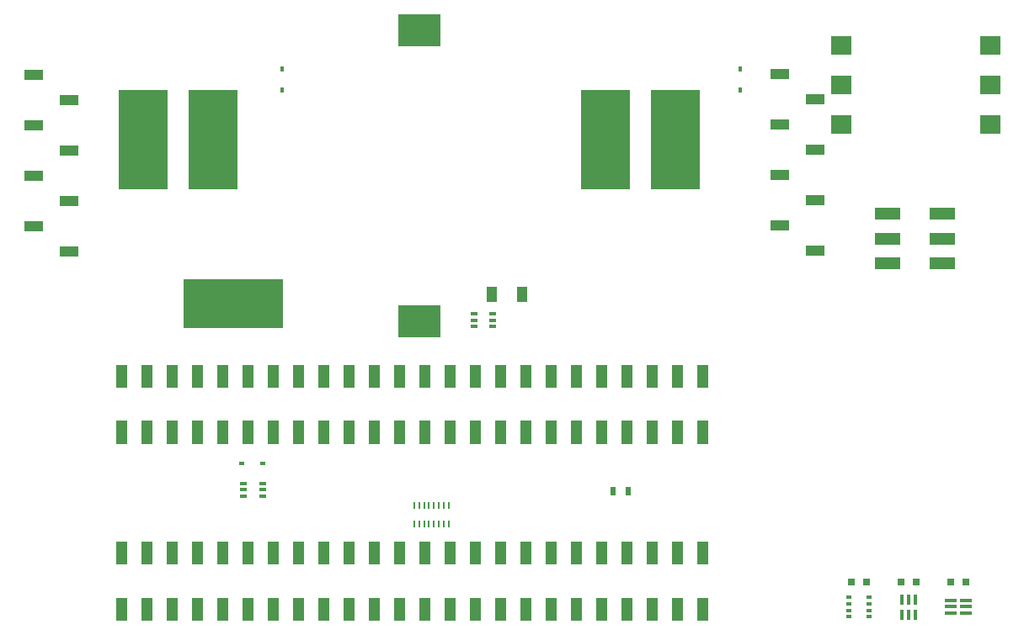
<source format=gtp>
G04 #@! TF.GenerationSoftware,KiCad,Pcbnew,(5.1.4)-1*
G04 #@! TF.CreationDate,2020-01-21T23:00:38-08:00*
G04 #@! TF.ProjectId,Light_intensity_data_logger,4c696768-745f-4696-9e74-656e73697479,rev?*
G04 #@! TF.SameCoordinates,Original*
G04 #@! TF.FileFunction,Paste,Top*
G04 #@! TF.FilePolarity,Positive*
%FSLAX46Y46*%
G04 Gerber Fmt 4.6, Leading zero omitted, Abs format (unit mm)*
G04 Created by KiCad (PCBNEW (5.1.4)-1) date 2020-01-21 23:00:38*
%MOMM*%
%LPD*%
G04 APERTURE LIST*
%ADD10C,0.010000*%
%ADD11R,1.905000X1.016000*%
%ADD12R,2.000000X1.900000*%
%ADD13R,0.800000X0.750000*%
%ADD14R,1.020000X2.220000*%
%ADD15R,4.200000X3.200000*%
%ADD16R,0.600000X0.450000*%
%ADD17R,0.400000X1.000000*%
%ADD18R,10.000000X5.000000*%
%ADD19R,0.450000X0.600000*%
%ADD20R,5.000000X10.000000*%
%ADD21R,1.000000X1.600000*%
%ADD22R,0.500000X0.350000*%
%ADD23R,1.200000X0.350000*%
%ADD24R,2.500000X1.200000*%
%ADD25R,0.203200X0.685800*%
%ADD26R,0.500000X0.900000*%
%ADD27R,0.650000X0.400000*%
G04 APERTURE END LIST*
D10*
G36*
X84310000Y-96382000D02*
G01*
X83290000Y-96382000D01*
X83290000Y-94162000D01*
X84310000Y-94162000D01*
X84310000Y-96382000D01*
G37*
X84310000Y-96382000D02*
X83290000Y-96382000D01*
X83290000Y-94162000D01*
X84310000Y-94162000D01*
X84310000Y-96382000D01*
G36*
X86850000Y-90730000D02*
G01*
X85830000Y-90730000D01*
X85830000Y-88510000D01*
X86850000Y-88510000D01*
X86850000Y-90730000D01*
G37*
X86850000Y-90730000D02*
X85830000Y-90730000D01*
X85830000Y-88510000D01*
X86850000Y-88510000D01*
X86850000Y-90730000D01*
G36*
X107170000Y-90730000D02*
G01*
X106150000Y-90730000D01*
X106150000Y-88510000D01*
X107170000Y-88510000D01*
X107170000Y-90730000D01*
G37*
X107170000Y-90730000D02*
X106150000Y-90730000D01*
X106150000Y-88510000D01*
X107170000Y-88510000D01*
X107170000Y-90730000D01*
G36*
X104630000Y-96382000D02*
G01*
X103610000Y-96382000D01*
X103610000Y-94162000D01*
X104630000Y-94162000D01*
X104630000Y-96382000D01*
G37*
X104630000Y-96382000D02*
X103610000Y-96382000D01*
X103610000Y-94162000D01*
X104630000Y-94162000D01*
X104630000Y-96382000D01*
G36*
X86850000Y-96382000D02*
G01*
X85830000Y-96382000D01*
X85830000Y-94162000D01*
X86850000Y-94162000D01*
X86850000Y-96382000D01*
G37*
X86850000Y-96382000D02*
X85830000Y-96382000D01*
X85830000Y-94162000D01*
X86850000Y-94162000D01*
X86850000Y-96382000D01*
G36*
X102090000Y-96382000D02*
G01*
X101070000Y-96382000D01*
X101070000Y-94162000D01*
X102090000Y-94162000D01*
X102090000Y-96382000D01*
G37*
X102090000Y-96382000D02*
X101070000Y-96382000D01*
X101070000Y-94162000D01*
X102090000Y-94162000D01*
X102090000Y-96382000D01*
G36*
X102090000Y-90730000D02*
G01*
X101070000Y-90730000D01*
X101070000Y-88510000D01*
X102090000Y-88510000D01*
X102090000Y-90730000D01*
G37*
X102090000Y-90730000D02*
X101070000Y-90730000D01*
X101070000Y-88510000D01*
X102090000Y-88510000D01*
X102090000Y-90730000D01*
G36*
X89390000Y-90730000D02*
G01*
X88370000Y-90730000D01*
X88370000Y-88510000D01*
X89390000Y-88510000D01*
X89390000Y-90730000D01*
G37*
X89390000Y-90730000D02*
X88370000Y-90730000D01*
X88370000Y-88510000D01*
X89390000Y-88510000D01*
X89390000Y-90730000D01*
G36*
X91930000Y-96382000D02*
G01*
X90910000Y-96382000D01*
X90910000Y-94162000D01*
X91930000Y-94162000D01*
X91930000Y-96382000D01*
G37*
X91930000Y-96382000D02*
X90910000Y-96382000D01*
X90910000Y-94162000D01*
X91930000Y-94162000D01*
X91930000Y-96382000D01*
G36*
X99550000Y-96382000D02*
G01*
X98530000Y-96382000D01*
X98530000Y-94162000D01*
X99550000Y-94162000D01*
X99550000Y-96382000D01*
G37*
X99550000Y-96382000D02*
X98530000Y-96382000D01*
X98530000Y-94162000D01*
X99550000Y-94162000D01*
X99550000Y-96382000D01*
G36*
X89390000Y-96382000D02*
G01*
X88370000Y-96382000D01*
X88370000Y-94162000D01*
X89390000Y-94162000D01*
X89390000Y-96382000D01*
G37*
X89390000Y-96382000D02*
X88370000Y-96382000D01*
X88370000Y-94162000D01*
X89390000Y-94162000D01*
X89390000Y-96382000D01*
G36*
X91930000Y-90730000D02*
G01*
X90910000Y-90730000D01*
X90910000Y-88510000D01*
X91930000Y-88510000D01*
X91930000Y-90730000D01*
G37*
X91930000Y-90730000D02*
X90910000Y-90730000D01*
X90910000Y-88510000D01*
X91930000Y-88510000D01*
X91930000Y-90730000D01*
G36*
X94470000Y-90730000D02*
G01*
X93450000Y-90730000D01*
X93450000Y-88510000D01*
X94470000Y-88510000D01*
X94470000Y-90730000D01*
G37*
X94470000Y-90730000D02*
X93450000Y-90730000D01*
X93450000Y-88510000D01*
X94470000Y-88510000D01*
X94470000Y-90730000D01*
G36*
X94470000Y-96382000D02*
G01*
X93450000Y-96382000D01*
X93450000Y-94162000D01*
X94470000Y-94162000D01*
X94470000Y-96382000D01*
G37*
X94470000Y-96382000D02*
X93450000Y-96382000D01*
X93450000Y-94162000D01*
X94470000Y-94162000D01*
X94470000Y-96382000D01*
G36*
X97010000Y-90730000D02*
G01*
X95990000Y-90730000D01*
X95990000Y-88510000D01*
X97010000Y-88510000D01*
X97010000Y-90730000D01*
G37*
X97010000Y-90730000D02*
X95990000Y-90730000D01*
X95990000Y-88510000D01*
X97010000Y-88510000D01*
X97010000Y-90730000D01*
G36*
X97010000Y-96382000D02*
G01*
X95990000Y-96382000D01*
X95990000Y-94162000D01*
X97010000Y-94162000D01*
X97010000Y-96382000D01*
G37*
X97010000Y-96382000D02*
X95990000Y-96382000D01*
X95990000Y-94162000D01*
X97010000Y-94162000D01*
X97010000Y-96382000D01*
G36*
X84310000Y-90730000D02*
G01*
X83290000Y-90730000D01*
X83290000Y-88510000D01*
X84310000Y-88510000D01*
X84310000Y-90730000D01*
G37*
X84310000Y-90730000D02*
X83290000Y-90730000D01*
X83290000Y-88510000D01*
X84310000Y-88510000D01*
X84310000Y-90730000D01*
G36*
X99550000Y-90730000D02*
G01*
X98530000Y-90730000D01*
X98530000Y-88510000D01*
X99550000Y-88510000D01*
X99550000Y-90730000D01*
G37*
X99550000Y-90730000D02*
X98530000Y-90730000D01*
X98530000Y-88510000D01*
X99550000Y-88510000D01*
X99550000Y-90730000D01*
G36*
X104630000Y-90730000D02*
G01*
X103610000Y-90730000D01*
X103610000Y-88510000D01*
X104630000Y-88510000D01*
X104630000Y-90730000D01*
G37*
X104630000Y-90730000D02*
X103610000Y-90730000D01*
X103610000Y-88510000D01*
X104630000Y-88510000D01*
X104630000Y-90730000D01*
G36*
X114790000Y-96382000D02*
G01*
X113770000Y-96382000D01*
X113770000Y-94162000D01*
X114790000Y-94162000D01*
X114790000Y-96382000D01*
G37*
X114790000Y-96382000D02*
X113770000Y-96382000D01*
X113770000Y-94162000D01*
X114790000Y-94162000D01*
X114790000Y-96382000D01*
G36*
X109710000Y-90730000D02*
G01*
X108690000Y-90730000D01*
X108690000Y-88510000D01*
X109710000Y-88510000D01*
X109710000Y-90730000D01*
G37*
X109710000Y-90730000D02*
X108690000Y-90730000D01*
X108690000Y-88510000D01*
X109710000Y-88510000D01*
X109710000Y-90730000D01*
G36*
X112250000Y-90730000D02*
G01*
X111230000Y-90730000D01*
X111230000Y-88510000D01*
X112250000Y-88510000D01*
X112250000Y-90730000D01*
G37*
X112250000Y-90730000D02*
X111230000Y-90730000D01*
X111230000Y-88510000D01*
X112250000Y-88510000D01*
X112250000Y-90730000D01*
G36*
X112250000Y-96382000D02*
G01*
X111230000Y-96382000D01*
X111230000Y-94162000D01*
X112250000Y-94162000D01*
X112250000Y-96382000D01*
G37*
X112250000Y-96382000D02*
X111230000Y-96382000D01*
X111230000Y-94162000D01*
X112250000Y-94162000D01*
X112250000Y-96382000D01*
G36*
X117330000Y-90730000D02*
G01*
X116310000Y-90730000D01*
X116310000Y-88510000D01*
X117330000Y-88510000D01*
X117330000Y-90730000D01*
G37*
X117330000Y-90730000D02*
X116310000Y-90730000D01*
X116310000Y-88510000D01*
X117330000Y-88510000D01*
X117330000Y-90730000D01*
G36*
X114790000Y-90730000D02*
G01*
X113770000Y-90730000D01*
X113770000Y-88510000D01*
X114790000Y-88510000D01*
X114790000Y-90730000D01*
G37*
X114790000Y-90730000D02*
X113770000Y-90730000D01*
X113770000Y-88510000D01*
X114790000Y-88510000D01*
X114790000Y-90730000D01*
G36*
X119870000Y-90730000D02*
G01*
X118850000Y-90730000D01*
X118850000Y-88510000D01*
X119870000Y-88510000D01*
X119870000Y-90730000D01*
G37*
X119870000Y-90730000D02*
X118850000Y-90730000D01*
X118850000Y-88510000D01*
X119870000Y-88510000D01*
X119870000Y-90730000D01*
G36*
X107170000Y-96382000D02*
G01*
X106150000Y-96382000D01*
X106150000Y-94162000D01*
X107170000Y-94162000D01*
X107170000Y-96382000D01*
G37*
X107170000Y-96382000D02*
X106150000Y-96382000D01*
X106150000Y-94162000D01*
X107170000Y-94162000D01*
X107170000Y-96382000D01*
G36*
X117330000Y-96382000D02*
G01*
X116310000Y-96382000D01*
X116310000Y-94162000D01*
X117330000Y-94162000D01*
X117330000Y-96382000D01*
G37*
X117330000Y-96382000D02*
X116310000Y-96382000D01*
X116310000Y-94162000D01*
X117330000Y-94162000D01*
X117330000Y-96382000D01*
G36*
X109710000Y-96382000D02*
G01*
X108690000Y-96382000D01*
X108690000Y-94162000D01*
X109710000Y-94162000D01*
X109710000Y-96382000D01*
G37*
X109710000Y-96382000D02*
X108690000Y-96382000D01*
X108690000Y-94162000D01*
X109710000Y-94162000D01*
X109710000Y-96382000D01*
G36*
X142730000Y-90730000D02*
G01*
X141710000Y-90730000D01*
X141710000Y-88510000D01*
X142730000Y-88510000D01*
X142730000Y-90730000D01*
G37*
X142730000Y-90730000D02*
X141710000Y-90730000D01*
X141710000Y-88510000D01*
X142730000Y-88510000D01*
X142730000Y-90730000D01*
G36*
X135110000Y-90730000D02*
G01*
X134090000Y-90730000D01*
X134090000Y-88510000D01*
X135110000Y-88510000D01*
X135110000Y-90730000D01*
G37*
X135110000Y-90730000D02*
X134090000Y-90730000D01*
X134090000Y-88510000D01*
X135110000Y-88510000D01*
X135110000Y-90730000D01*
G36*
X132570000Y-96382000D02*
G01*
X131550000Y-96382000D01*
X131550000Y-94162000D01*
X132570000Y-94162000D01*
X132570000Y-96382000D01*
G37*
X132570000Y-96382000D02*
X131550000Y-96382000D01*
X131550000Y-94162000D01*
X132570000Y-94162000D01*
X132570000Y-96382000D01*
G36*
X137650000Y-96382000D02*
G01*
X136630000Y-96382000D01*
X136630000Y-94162000D01*
X137650000Y-94162000D01*
X137650000Y-96382000D01*
G37*
X137650000Y-96382000D02*
X136630000Y-96382000D01*
X136630000Y-94162000D01*
X137650000Y-94162000D01*
X137650000Y-96382000D01*
G36*
X135110000Y-96382000D02*
G01*
X134090000Y-96382000D01*
X134090000Y-94162000D01*
X135110000Y-94162000D01*
X135110000Y-96382000D01*
G37*
X135110000Y-96382000D02*
X134090000Y-96382000D01*
X134090000Y-94162000D01*
X135110000Y-94162000D01*
X135110000Y-96382000D01*
G36*
X142730000Y-96382000D02*
G01*
X141710000Y-96382000D01*
X141710000Y-94162000D01*
X142730000Y-94162000D01*
X142730000Y-96382000D01*
G37*
X142730000Y-96382000D02*
X141710000Y-96382000D01*
X141710000Y-94162000D01*
X142730000Y-94162000D01*
X142730000Y-96382000D01*
G36*
X140190000Y-90730000D02*
G01*
X139170000Y-90730000D01*
X139170000Y-88510000D01*
X140190000Y-88510000D01*
X140190000Y-90730000D01*
G37*
X140190000Y-90730000D02*
X139170000Y-90730000D01*
X139170000Y-88510000D01*
X140190000Y-88510000D01*
X140190000Y-90730000D01*
G36*
X137650000Y-90730000D02*
G01*
X136630000Y-90730000D01*
X136630000Y-88510000D01*
X137650000Y-88510000D01*
X137650000Y-90730000D01*
G37*
X137650000Y-90730000D02*
X136630000Y-90730000D01*
X136630000Y-88510000D01*
X137650000Y-88510000D01*
X137650000Y-90730000D01*
G36*
X140190000Y-96382000D02*
G01*
X139170000Y-96382000D01*
X139170000Y-94162000D01*
X140190000Y-94162000D01*
X140190000Y-96382000D01*
G37*
X140190000Y-96382000D02*
X139170000Y-96382000D01*
X139170000Y-94162000D01*
X140190000Y-94162000D01*
X140190000Y-96382000D01*
G36*
X122410000Y-96382000D02*
G01*
X121390000Y-96382000D01*
X121390000Y-94162000D01*
X122410000Y-94162000D01*
X122410000Y-96382000D01*
G37*
X122410000Y-96382000D02*
X121390000Y-96382000D01*
X121390000Y-94162000D01*
X122410000Y-94162000D01*
X122410000Y-96382000D01*
G36*
X130030000Y-96382000D02*
G01*
X129010000Y-96382000D01*
X129010000Y-94162000D01*
X130030000Y-94162000D01*
X130030000Y-96382000D01*
G37*
X130030000Y-96382000D02*
X129010000Y-96382000D01*
X129010000Y-94162000D01*
X130030000Y-94162000D01*
X130030000Y-96382000D01*
G36*
X132570000Y-90730000D02*
G01*
X131550000Y-90730000D01*
X131550000Y-88510000D01*
X132570000Y-88510000D01*
X132570000Y-90730000D01*
G37*
X132570000Y-90730000D02*
X131550000Y-90730000D01*
X131550000Y-88510000D01*
X132570000Y-88510000D01*
X132570000Y-90730000D01*
G36*
X119870000Y-96382000D02*
G01*
X118850000Y-96382000D01*
X118850000Y-94162000D01*
X119870000Y-94162000D01*
X119870000Y-96382000D01*
G37*
X119870000Y-96382000D02*
X118850000Y-96382000D01*
X118850000Y-94162000D01*
X119870000Y-94162000D01*
X119870000Y-96382000D01*
G36*
X122410000Y-90730000D02*
G01*
X121390000Y-90730000D01*
X121390000Y-88510000D01*
X122410000Y-88510000D01*
X122410000Y-90730000D01*
G37*
X122410000Y-90730000D02*
X121390000Y-90730000D01*
X121390000Y-88510000D01*
X122410000Y-88510000D01*
X122410000Y-90730000D01*
G36*
X127490000Y-90730000D02*
G01*
X126470000Y-90730000D01*
X126470000Y-88510000D01*
X127490000Y-88510000D01*
X127490000Y-90730000D01*
G37*
X127490000Y-90730000D02*
X126470000Y-90730000D01*
X126470000Y-88510000D01*
X127490000Y-88510000D01*
X127490000Y-90730000D01*
G36*
X124950000Y-90730000D02*
G01*
X123930000Y-90730000D01*
X123930000Y-88510000D01*
X124950000Y-88510000D01*
X124950000Y-90730000D01*
G37*
X124950000Y-90730000D02*
X123930000Y-90730000D01*
X123930000Y-88510000D01*
X124950000Y-88510000D01*
X124950000Y-90730000D01*
G36*
X130030000Y-90730000D02*
G01*
X129010000Y-90730000D01*
X129010000Y-88510000D01*
X130030000Y-88510000D01*
X130030000Y-90730000D01*
G37*
X130030000Y-90730000D02*
X129010000Y-90730000D01*
X129010000Y-88510000D01*
X130030000Y-88510000D01*
X130030000Y-90730000D01*
G36*
X124950000Y-96382000D02*
G01*
X123930000Y-96382000D01*
X123930000Y-94162000D01*
X124950000Y-94162000D01*
X124950000Y-96382000D01*
G37*
X124950000Y-96382000D02*
X123930000Y-96382000D01*
X123930000Y-94162000D01*
X124950000Y-94162000D01*
X124950000Y-96382000D01*
G36*
X127490000Y-96382000D02*
G01*
X126470000Y-96382000D01*
X126470000Y-94162000D01*
X127490000Y-94162000D01*
X127490000Y-96382000D01*
G37*
X127490000Y-96382000D02*
X126470000Y-96382000D01*
X126470000Y-94162000D01*
X127490000Y-94162000D01*
X127490000Y-96382000D01*
G36*
X142730000Y-78572000D02*
G01*
X141710000Y-78572000D01*
X141710000Y-76352000D01*
X142730000Y-76352000D01*
X142730000Y-78572000D01*
G37*
X142730000Y-78572000D02*
X141710000Y-78572000D01*
X141710000Y-76352000D01*
X142730000Y-76352000D01*
X142730000Y-78572000D01*
G36*
X142730000Y-72920000D02*
G01*
X141710000Y-72920000D01*
X141710000Y-70700000D01*
X142730000Y-70700000D01*
X142730000Y-72920000D01*
G37*
X142730000Y-72920000D02*
X141710000Y-72920000D01*
X141710000Y-70700000D01*
X142730000Y-70700000D01*
X142730000Y-72920000D01*
G36*
X140190000Y-78572000D02*
G01*
X139170000Y-78572000D01*
X139170000Y-76352000D01*
X140190000Y-76352000D01*
X140190000Y-78572000D01*
G37*
X140190000Y-78572000D02*
X139170000Y-78572000D01*
X139170000Y-76352000D01*
X140190000Y-76352000D01*
X140190000Y-78572000D01*
G36*
X140190000Y-72920000D02*
G01*
X139170000Y-72920000D01*
X139170000Y-70700000D01*
X140190000Y-70700000D01*
X140190000Y-72920000D01*
G37*
X140190000Y-72920000D02*
X139170000Y-72920000D01*
X139170000Y-70700000D01*
X140190000Y-70700000D01*
X140190000Y-72920000D01*
G36*
X137650000Y-78572000D02*
G01*
X136630000Y-78572000D01*
X136630000Y-76352000D01*
X137650000Y-76352000D01*
X137650000Y-78572000D01*
G37*
X137650000Y-78572000D02*
X136630000Y-78572000D01*
X136630000Y-76352000D01*
X137650000Y-76352000D01*
X137650000Y-78572000D01*
G36*
X137650000Y-72920000D02*
G01*
X136630000Y-72920000D01*
X136630000Y-70700000D01*
X137650000Y-70700000D01*
X137650000Y-72920000D01*
G37*
X137650000Y-72920000D02*
X136630000Y-72920000D01*
X136630000Y-70700000D01*
X137650000Y-70700000D01*
X137650000Y-72920000D01*
G36*
X135110000Y-78572000D02*
G01*
X134090000Y-78572000D01*
X134090000Y-76352000D01*
X135110000Y-76352000D01*
X135110000Y-78572000D01*
G37*
X135110000Y-78572000D02*
X134090000Y-78572000D01*
X134090000Y-76352000D01*
X135110000Y-76352000D01*
X135110000Y-78572000D01*
G36*
X135110000Y-72920000D02*
G01*
X134090000Y-72920000D01*
X134090000Y-70700000D01*
X135110000Y-70700000D01*
X135110000Y-72920000D01*
G37*
X135110000Y-72920000D02*
X134090000Y-72920000D01*
X134090000Y-70700000D01*
X135110000Y-70700000D01*
X135110000Y-72920000D01*
G36*
X132570000Y-78572000D02*
G01*
X131550000Y-78572000D01*
X131550000Y-76352000D01*
X132570000Y-76352000D01*
X132570000Y-78572000D01*
G37*
X132570000Y-78572000D02*
X131550000Y-78572000D01*
X131550000Y-76352000D01*
X132570000Y-76352000D01*
X132570000Y-78572000D01*
G36*
X132570000Y-72920000D02*
G01*
X131550000Y-72920000D01*
X131550000Y-70700000D01*
X132570000Y-70700000D01*
X132570000Y-72920000D01*
G37*
X132570000Y-72920000D02*
X131550000Y-72920000D01*
X131550000Y-70700000D01*
X132570000Y-70700000D01*
X132570000Y-72920000D01*
G36*
X130030000Y-78572000D02*
G01*
X129010000Y-78572000D01*
X129010000Y-76352000D01*
X130030000Y-76352000D01*
X130030000Y-78572000D01*
G37*
X130030000Y-78572000D02*
X129010000Y-78572000D01*
X129010000Y-76352000D01*
X130030000Y-76352000D01*
X130030000Y-78572000D01*
G36*
X130030000Y-72920000D02*
G01*
X129010000Y-72920000D01*
X129010000Y-70700000D01*
X130030000Y-70700000D01*
X130030000Y-72920000D01*
G37*
X130030000Y-72920000D02*
X129010000Y-72920000D01*
X129010000Y-70700000D01*
X130030000Y-70700000D01*
X130030000Y-72920000D01*
G36*
X127490000Y-78572000D02*
G01*
X126470000Y-78572000D01*
X126470000Y-76352000D01*
X127490000Y-76352000D01*
X127490000Y-78572000D01*
G37*
X127490000Y-78572000D02*
X126470000Y-78572000D01*
X126470000Y-76352000D01*
X127490000Y-76352000D01*
X127490000Y-78572000D01*
G36*
X127490000Y-72920000D02*
G01*
X126470000Y-72920000D01*
X126470000Y-70700000D01*
X127490000Y-70700000D01*
X127490000Y-72920000D01*
G37*
X127490000Y-72920000D02*
X126470000Y-72920000D01*
X126470000Y-70700000D01*
X127490000Y-70700000D01*
X127490000Y-72920000D01*
G36*
X124950000Y-78572000D02*
G01*
X123930000Y-78572000D01*
X123930000Y-76352000D01*
X124950000Y-76352000D01*
X124950000Y-78572000D01*
G37*
X124950000Y-78572000D02*
X123930000Y-78572000D01*
X123930000Y-76352000D01*
X124950000Y-76352000D01*
X124950000Y-78572000D01*
G36*
X124950000Y-72920000D02*
G01*
X123930000Y-72920000D01*
X123930000Y-70700000D01*
X124950000Y-70700000D01*
X124950000Y-72920000D01*
G37*
X124950000Y-72920000D02*
X123930000Y-72920000D01*
X123930000Y-70700000D01*
X124950000Y-70700000D01*
X124950000Y-72920000D01*
G36*
X122410000Y-78572000D02*
G01*
X121390000Y-78572000D01*
X121390000Y-76352000D01*
X122410000Y-76352000D01*
X122410000Y-78572000D01*
G37*
X122410000Y-78572000D02*
X121390000Y-78572000D01*
X121390000Y-76352000D01*
X122410000Y-76352000D01*
X122410000Y-78572000D01*
G36*
X122410000Y-72920000D02*
G01*
X121390000Y-72920000D01*
X121390000Y-70700000D01*
X122410000Y-70700000D01*
X122410000Y-72920000D01*
G37*
X122410000Y-72920000D02*
X121390000Y-72920000D01*
X121390000Y-70700000D01*
X122410000Y-70700000D01*
X122410000Y-72920000D01*
G36*
X119870000Y-78572000D02*
G01*
X118850000Y-78572000D01*
X118850000Y-76352000D01*
X119870000Y-76352000D01*
X119870000Y-78572000D01*
G37*
X119870000Y-78572000D02*
X118850000Y-78572000D01*
X118850000Y-76352000D01*
X119870000Y-76352000D01*
X119870000Y-78572000D01*
G36*
X119870000Y-72920000D02*
G01*
X118850000Y-72920000D01*
X118850000Y-70700000D01*
X119870000Y-70700000D01*
X119870000Y-72920000D01*
G37*
X119870000Y-72920000D02*
X118850000Y-72920000D01*
X118850000Y-70700000D01*
X119870000Y-70700000D01*
X119870000Y-72920000D01*
G36*
X117330000Y-78572000D02*
G01*
X116310000Y-78572000D01*
X116310000Y-76352000D01*
X117330000Y-76352000D01*
X117330000Y-78572000D01*
G37*
X117330000Y-78572000D02*
X116310000Y-78572000D01*
X116310000Y-76352000D01*
X117330000Y-76352000D01*
X117330000Y-78572000D01*
G36*
X117330000Y-72920000D02*
G01*
X116310000Y-72920000D01*
X116310000Y-70700000D01*
X117330000Y-70700000D01*
X117330000Y-72920000D01*
G37*
X117330000Y-72920000D02*
X116310000Y-72920000D01*
X116310000Y-70700000D01*
X117330000Y-70700000D01*
X117330000Y-72920000D01*
G36*
X114790000Y-78572000D02*
G01*
X113770000Y-78572000D01*
X113770000Y-76352000D01*
X114790000Y-76352000D01*
X114790000Y-78572000D01*
G37*
X114790000Y-78572000D02*
X113770000Y-78572000D01*
X113770000Y-76352000D01*
X114790000Y-76352000D01*
X114790000Y-78572000D01*
G36*
X114790000Y-72920000D02*
G01*
X113770000Y-72920000D01*
X113770000Y-70700000D01*
X114790000Y-70700000D01*
X114790000Y-72920000D01*
G37*
X114790000Y-72920000D02*
X113770000Y-72920000D01*
X113770000Y-70700000D01*
X114790000Y-70700000D01*
X114790000Y-72920000D01*
G36*
X112250000Y-78572000D02*
G01*
X111230000Y-78572000D01*
X111230000Y-76352000D01*
X112250000Y-76352000D01*
X112250000Y-78572000D01*
G37*
X112250000Y-78572000D02*
X111230000Y-78572000D01*
X111230000Y-76352000D01*
X112250000Y-76352000D01*
X112250000Y-78572000D01*
G36*
X112250000Y-72920000D02*
G01*
X111230000Y-72920000D01*
X111230000Y-70700000D01*
X112250000Y-70700000D01*
X112250000Y-72920000D01*
G37*
X112250000Y-72920000D02*
X111230000Y-72920000D01*
X111230000Y-70700000D01*
X112250000Y-70700000D01*
X112250000Y-72920000D01*
G36*
X109710000Y-78572000D02*
G01*
X108690000Y-78572000D01*
X108690000Y-76352000D01*
X109710000Y-76352000D01*
X109710000Y-78572000D01*
G37*
X109710000Y-78572000D02*
X108690000Y-78572000D01*
X108690000Y-76352000D01*
X109710000Y-76352000D01*
X109710000Y-78572000D01*
G36*
X109710000Y-72920000D02*
G01*
X108690000Y-72920000D01*
X108690000Y-70700000D01*
X109710000Y-70700000D01*
X109710000Y-72920000D01*
G37*
X109710000Y-72920000D02*
X108690000Y-72920000D01*
X108690000Y-70700000D01*
X109710000Y-70700000D01*
X109710000Y-72920000D01*
G36*
X107170000Y-78572000D02*
G01*
X106150000Y-78572000D01*
X106150000Y-76352000D01*
X107170000Y-76352000D01*
X107170000Y-78572000D01*
G37*
X107170000Y-78572000D02*
X106150000Y-78572000D01*
X106150000Y-76352000D01*
X107170000Y-76352000D01*
X107170000Y-78572000D01*
G36*
X107170000Y-72920000D02*
G01*
X106150000Y-72920000D01*
X106150000Y-70700000D01*
X107170000Y-70700000D01*
X107170000Y-72920000D01*
G37*
X107170000Y-72920000D02*
X106150000Y-72920000D01*
X106150000Y-70700000D01*
X107170000Y-70700000D01*
X107170000Y-72920000D01*
G36*
X104630000Y-78572000D02*
G01*
X103610000Y-78572000D01*
X103610000Y-76352000D01*
X104630000Y-76352000D01*
X104630000Y-78572000D01*
G37*
X104630000Y-78572000D02*
X103610000Y-78572000D01*
X103610000Y-76352000D01*
X104630000Y-76352000D01*
X104630000Y-78572000D01*
G36*
X104630000Y-72920000D02*
G01*
X103610000Y-72920000D01*
X103610000Y-70700000D01*
X104630000Y-70700000D01*
X104630000Y-72920000D01*
G37*
X104630000Y-72920000D02*
X103610000Y-72920000D01*
X103610000Y-70700000D01*
X104630000Y-70700000D01*
X104630000Y-72920000D01*
G36*
X102090000Y-78572000D02*
G01*
X101070000Y-78572000D01*
X101070000Y-76352000D01*
X102090000Y-76352000D01*
X102090000Y-78572000D01*
G37*
X102090000Y-78572000D02*
X101070000Y-78572000D01*
X101070000Y-76352000D01*
X102090000Y-76352000D01*
X102090000Y-78572000D01*
G36*
X102090000Y-72920000D02*
G01*
X101070000Y-72920000D01*
X101070000Y-70700000D01*
X102090000Y-70700000D01*
X102090000Y-72920000D01*
G37*
X102090000Y-72920000D02*
X101070000Y-72920000D01*
X101070000Y-70700000D01*
X102090000Y-70700000D01*
X102090000Y-72920000D01*
G36*
X99550000Y-78572000D02*
G01*
X98530000Y-78572000D01*
X98530000Y-76352000D01*
X99550000Y-76352000D01*
X99550000Y-78572000D01*
G37*
X99550000Y-78572000D02*
X98530000Y-78572000D01*
X98530000Y-76352000D01*
X99550000Y-76352000D01*
X99550000Y-78572000D01*
G36*
X99550000Y-72920000D02*
G01*
X98530000Y-72920000D01*
X98530000Y-70700000D01*
X99550000Y-70700000D01*
X99550000Y-72920000D01*
G37*
X99550000Y-72920000D02*
X98530000Y-72920000D01*
X98530000Y-70700000D01*
X99550000Y-70700000D01*
X99550000Y-72920000D01*
G36*
X97010000Y-78572000D02*
G01*
X95990000Y-78572000D01*
X95990000Y-76352000D01*
X97010000Y-76352000D01*
X97010000Y-78572000D01*
G37*
X97010000Y-78572000D02*
X95990000Y-78572000D01*
X95990000Y-76352000D01*
X97010000Y-76352000D01*
X97010000Y-78572000D01*
G36*
X97010000Y-72920000D02*
G01*
X95990000Y-72920000D01*
X95990000Y-70700000D01*
X97010000Y-70700000D01*
X97010000Y-72920000D01*
G37*
X97010000Y-72920000D02*
X95990000Y-72920000D01*
X95990000Y-70700000D01*
X97010000Y-70700000D01*
X97010000Y-72920000D01*
G36*
X94470000Y-78572000D02*
G01*
X93450000Y-78572000D01*
X93450000Y-76352000D01*
X94470000Y-76352000D01*
X94470000Y-78572000D01*
G37*
X94470000Y-78572000D02*
X93450000Y-78572000D01*
X93450000Y-76352000D01*
X94470000Y-76352000D01*
X94470000Y-78572000D01*
G36*
X94470000Y-72920000D02*
G01*
X93450000Y-72920000D01*
X93450000Y-70700000D01*
X94470000Y-70700000D01*
X94470000Y-72920000D01*
G37*
X94470000Y-72920000D02*
X93450000Y-72920000D01*
X93450000Y-70700000D01*
X94470000Y-70700000D01*
X94470000Y-72920000D01*
G36*
X91930000Y-78572000D02*
G01*
X90910000Y-78572000D01*
X90910000Y-76352000D01*
X91930000Y-76352000D01*
X91930000Y-78572000D01*
G37*
X91930000Y-78572000D02*
X90910000Y-78572000D01*
X90910000Y-76352000D01*
X91930000Y-76352000D01*
X91930000Y-78572000D01*
G36*
X91930000Y-72920000D02*
G01*
X90910000Y-72920000D01*
X90910000Y-70700000D01*
X91930000Y-70700000D01*
X91930000Y-72920000D01*
G37*
X91930000Y-72920000D02*
X90910000Y-72920000D01*
X90910000Y-70700000D01*
X91930000Y-70700000D01*
X91930000Y-72920000D01*
G36*
X89390000Y-78572000D02*
G01*
X88370000Y-78572000D01*
X88370000Y-76352000D01*
X89390000Y-76352000D01*
X89390000Y-78572000D01*
G37*
X89390000Y-78572000D02*
X88370000Y-78572000D01*
X88370000Y-76352000D01*
X89390000Y-76352000D01*
X89390000Y-78572000D01*
G36*
X89390000Y-72920000D02*
G01*
X88370000Y-72920000D01*
X88370000Y-70700000D01*
X89390000Y-70700000D01*
X89390000Y-72920000D01*
G37*
X89390000Y-72920000D02*
X88370000Y-72920000D01*
X88370000Y-70700000D01*
X89390000Y-70700000D01*
X89390000Y-72920000D01*
G36*
X86850000Y-78572000D02*
G01*
X85830000Y-78572000D01*
X85830000Y-76352000D01*
X86850000Y-76352000D01*
X86850000Y-78572000D01*
G37*
X86850000Y-78572000D02*
X85830000Y-78572000D01*
X85830000Y-76352000D01*
X86850000Y-76352000D01*
X86850000Y-78572000D01*
G36*
X86850000Y-72920000D02*
G01*
X85830000Y-72920000D01*
X85830000Y-70700000D01*
X86850000Y-70700000D01*
X86850000Y-72920000D01*
G37*
X86850000Y-72920000D02*
X85830000Y-72920000D01*
X85830000Y-70700000D01*
X86850000Y-70700000D01*
X86850000Y-72920000D01*
G36*
X84310000Y-78572000D02*
G01*
X83290000Y-78572000D01*
X83290000Y-76352000D01*
X84310000Y-76352000D01*
X84310000Y-78572000D01*
G37*
X84310000Y-78572000D02*
X83290000Y-78572000D01*
X83290000Y-76352000D01*
X84310000Y-76352000D01*
X84310000Y-78572000D01*
G36*
X84310000Y-72920000D02*
G01*
X83290000Y-72920000D01*
X83290000Y-70700000D01*
X84310000Y-70700000D01*
X84310000Y-72920000D01*
G37*
X84310000Y-72920000D02*
X83290000Y-72920000D01*
X83290000Y-70700000D01*
X84310000Y-70700000D01*
X84310000Y-72920000D01*
D11*
X153538540Y-54167460D03*
X153538540Y-49087460D03*
X149982540Y-51627460D03*
X149982540Y-46547460D03*
X149982540Y-56707460D03*
X153538540Y-44007460D03*
X153538540Y-59247460D03*
X149982540Y-41467460D03*
X75002540Y-41487460D03*
X78558540Y-44027460D03*
X75002540Y-46567460D03*
X78558540Y-49107460D03*
X75002540Y-51647460D03*
X78558540Y-54187460D03*
X75002540Y-56727460D03*
X78558540Y-59267460D03*
D12*
X171140000Y-46560000D03*
X171140000Y-42560000D03*
X171140000Y-38560000D03*
X156140000Y-46560000D03*
X156140000Y-42560000D03*
X156140000Y-38560000D03*
D13*
X168690000Y-92610000D03*
X167190000Y-92610000D03*
X163690000Y-92610000D03*
X162190000Y-92610000D03*
D14*
X83800000Y-89620000D03*
X83800000Y-95272000D03*
X86340000Y-89620000D03*
X86340000Y-95272000D03*
X88880000Y-89620000D03*
X91420000Y-95272000D03*
X88880000Y-95272000D03*
X91420000Y-89620000D03*
X101580000Y-89620000D03*
X96500000Y-95272000D03*
X101580000Y-95272000D03*
X99040000Y-89620000D03*
X99040000Y-95272000D03*
X93960000Y-89620000D03*
X93960000Y-95272000D03*
X96500000Y-89620000D03*
X109200000Y-95272000D03*
X111740000Y-89620000D03*
X104120000Y-89620000D03*
X106660000Y-89620000D03*
X106660000Y-95272000D03*
X111740000Y-95272000D03*
X109200000Y-89620000D03*
X104120000Y-95272000D03*
X116820000Y-95272000D03*
X121900000Y-89620000D03*
X119360000Y-95272000D03*
X121900000Y-95272000D03*
X119360000Y-89620000D03*
X114280000Y-95272000D03*
X114280000Y-89620000D03*
X116820000Y-89620000D03*
X126980000Y-95272000D03*
X129520000Y-89620000D03*
X129520000Y-95272000D03*
X132060000Y-95272000D03*
X124440000Y-89620000D03*
X132060000Y-89620000D03*
X124440000Y-95272000D03*
X126980000Y-89620000D03*
X134600000Y-95272000D03*
X137140000Y-89620000D03*
X139680000Y-89620000D03*
X139680000Y-95272000D03*
X134600000Y-89620000D03*
X137140000Y-95272000D03*
X142220000Y-89620000D03*
X142220000Y-95272000D03*
X142220000Y-77462000D03*
X142220000Y-71810000D03*
X139680000Y-77462000D03*
X139680000Y-71810000D03*
X137140000Y-77462000D03*
X137140000Y-71810000D03*
X134600000Y-77462000D03*
X134600000Y-71810000D03*
X132060000Y-77462000D03*
X132060000Y-71810000D03*
X129520000Y-77462000D03*
X129520000Y-71810000D03*
X126980000Y-77462000D03*
X126980000Y-71810000D03*
X124440000Y-77462000D03*
X124440000Y-71810000D03*
X121900000Y-77462000D03*
X121900000Y-71810000D03*
X119360000Y-77462000D03*
X119360000Y-71810000D03*
X116820000Y-77462000D03*
X116820000Y-71810000D03*
X114280000Y-77462000D03*
X114280000Y-71810000D03*
X111740000Y-77462000D03*
X111740000Y-71810000D03*
X109200000Y-77462000D03*
X109200000Y-71810000D03*
X106660000Y-77462000D03*
X106660000Y-71810000D03*
X104120000Y-77462000D03*
X104120000Y-71810000D03*
X101580000Y-77462000D03*
X101580000Y-71810000D03*
X99040000Y-77462000D03*
X99040000Y-71810000D03*
X96500000Y-77462000D03*
X96500000Y-71810000D03*
X93960000Y-77462000D03*
X93960000Y-71810000D03*
X91420000Y-77462000D03*
X91420000Y-71810000D03*
X88880000Y-77462000D03*
X88880000Y-71810000D03*
X86340000Y-77462000D03*
X86340000Y-71810000D03*
X83800000Y-77462000D03*
X83800000Y-71810000D03*
D15*
X113780000Y-66370000D03*
X113780000Y-37070000D03*
D16*
X98020000Y-80600000D03*
X95920000Y-80600000D03*
D17*
X162940000Y-95860000D03*
X162290000Y-95860000D03*
X163590000Y-95860000D03*
X162290000Y-94360000D03*
X162940000Y-94360000D03*
X163590000Y-94360000D03*
D18*
X95060000Y-64590000D03*
D19*
X146000000Y-40950000D03*
X146000000Y-43050000D03*
D20*
X132500000Y-48000000D03*
X139500000Y-48000000D03*
D21*
X121060000Y-63630000D03*
X124060000Y-63630000D03*
D22*
X156915001Y-94135000D03*
X156915001Y-94785000D03*
X156915001Y-95435000D03*
X156915001Y-96085000D03*
X158965000Y-96085000D03*
X158965000Y-95435000D03*
X158965000Y-94785000D03*
X158965000Y-94135000D03*
D23*
X168690000Y-95720000D03*
X167190000Y-95720000D03*
X168690000Y-95070000D03*
X168690000Y-94420000D03*
X167190000Y-95070000D03*
X167190000Y-94420000D03*
D24*
X166350000Y-60510000D03*
X166350000Y-58010000D03*
X166350000Y-55510000D03*
X160850000Y-55510000D03*
X160850000Y-58010000D03*
X160850000Y-60510000D03*
D25*
X113229998Y-86775200D03*
X113730000Y-86775200D03*
X114229999Y-86775200D03*
X114730000Y-86775200D03*
X115230000Y-86775200D03*
X115729998Y-86775200D03*
X116230000Y-86775200D03*
X116729999Y-86775200D03*
X116730002Y-84844800D03*
X116230000Y-84844800D03*
X115730001Y-84844800D03*
X115230000Y-84844800D03*
X114730000Y-84844800D03*
X114230002Y-84844800D03*
X113730000Y-84844800D03*
X113230001Y-84844800D03*
D26*
X133270000Y-83450000D03*
X134770000Y-83450000D03*
D27*
X96090000Y-82630000D03*
X96090000Y-83930000D03*
X97990000Y-83280000D03*
X96090000Y-83280000D03*
X97990000Y-83930000D03*
X97990000Y-82630000D03*
X119230000Y-65560000D03*
X119230000Y-66860000D03*
X121130000Y-66210000D03*
X119230000Y-66210000D03*
X121130000Y-66860000D03*
X121130000Y-65560000D03*
D19*
X100000000Y-40950000D03*
X100000000Y-43050000D03*
D13*
X157190000Y-92590000D03*
X158690000Y-92590000D03*
D20*
X86000000Y-48000000D03*
X93000000Y-48000000D03*
M02*

</source>
